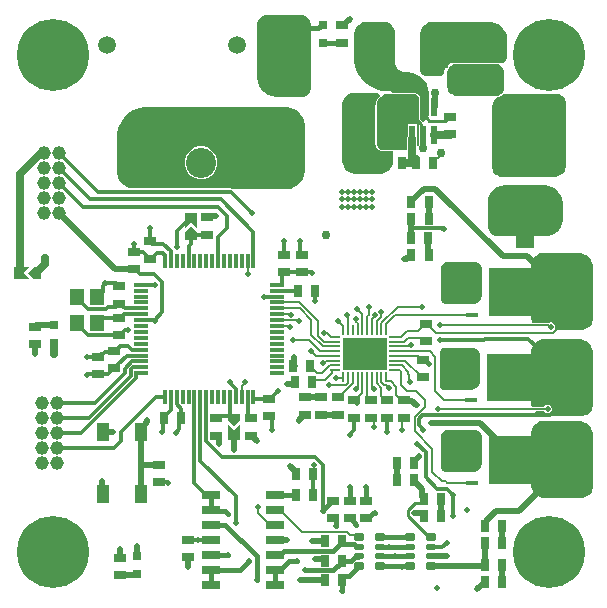
<source format=gtl>
G04*
G04 #@! TF.GenerationSoftware,Altium Limited,Altium Designer,25.5.2 (35)*
G04*
G04 Layer_Physical_Order=1*
G04 Layer_Color=255*
%FSLAX25Y25*%
%MOIN*%
G70*
G04*
G04 #@! TF.SameCoordinates,BF0A912C-F189-4BED-A62E-BBCFC2C93B1E*
G04*
G04*
G04 #@! TF.FilePolarity,Positive*
G04*
G01*
G75*
%ADD14C,0.02000*%
%ADD19C,0.01500*%
%ADD20C,0.01000*%
%ADD22C,0.01200*%
%ADD24R,0.03937X0.03150*%
G04:AMPARAMS|DCode=25|XSize=35.43mil|YSize=24.02mil|CornerRadius=6mil|HoleSize=0mil|Usage=FLASHONLY|Rotation=180.000|XOffset=0mil|YOffset=0mil|HoleType=Round|Shape=RoundedRectangle|*
%AMROUNDEDRECTD25*
21,1,0.03543,0.01201,0,0,180.0*
21,1,0.02343,0.02402,0,0,180.0*
1,1,0.01201,-0.01171,0.00600*
1,1,0.01201,0.01171,0.00600*
1,1,0.01201,0.01171,-0.00600*
1,1,0.01201,-0.01171,-0.00600*
%
%ADD25ROUNDEDRECTD25*%
G04:AMPARAMS|DCode=26|XSize=35.43mil|YSize=20.87mil|CornerRadius=5.22mil|HoleSize=0mil|Usage=FLASHONLY|Rotation=180.000|XOffset=0mil|YOffset=0mil|HoleType=Round|Shape=RoundedRectangle|*
%AMROUNDEDRECTD26*
21,1,0.03543,0.01043,0,0,180.0*
21,1,0.02500,0.02087,0,0,180.0*
1,1,0.01043,-0.01250,0.00522*
1,1,0.01043,0.01250,0.00522*
1,1,0.01043,0.01250,-0.00522*
1,1,0.01043,-0.01250,-0.00522*
%
%ADD26ROUNDEDRECTD26*%
%ADD27R,0.04700X0.01200*%
%ADD28R,0.01200X0.04700*%
%ADD29R,0.03567X0.00758*%
%ADD30R,0.05906X0.02559*%
%ADD31R,0.04724X0.05512*%
%ADD32R,0.00787X0.00787*%
%ADD33R,0.03150X0.03150*%
%ADD34R,0.03150X0.03937*%
%ADD35R,0.00758X0.03567*%
%ADD36R,0.03937X0.06102*%
%ADD37R,0.03000X0.03937*%
%ADD38R,0.00787X0.00787*%
%ADD39R,0.05900X0.15400*%
%ADD41R,0.07284X0.13386*%
%ADD42R,0.04000X0.01800*%
%ADD43O,0.11811X0.06000*%
%ADD44R,0.03937X0.03000*%
%ADD55R,0.14961X0.11024*%
%ADD62C,0.04600*%
%ADD68C,0.00800*%
%ADD69C,0.02500*%
%ADD70R,0.02200X0.06200*%
%ADD71R,0.00500X0.00500*%
%ADD72R,0.10039X0.10039*%
%ADD73C,0.05937*%
%ADD74C,0.10039*%
%ADD75R,0.05264X0.05264*%
%ADD76C,0.05264*%
%ADD77C,0.02000*%
%ADD78C,0.03000*%
%ADD79C,0.24000*%
G36*
X262750Y291769D02*
X263842Y291317D01*
X264825Y290661D01*
X265661Y289825D01*
X266317Y288842D01*
X266769Y287750D01*
X267000Y286591D01*
Y286000D01*
Y280500D01*
Y280102D01*
X266695Y279367D01*
X266133Y278804D01*
X265398Y278500D01*
X249000D01*
X248706Y278486D01*
X248129Y278371D01*
X247586Y278146D01*
X247097Y277819D01*
X246681Y277403D01*
X246354Y276914D01*
X246129Y276371D01*
X246014Y275794D01*
X246000Y275500D01*
Y275202D01*
X245772Y274650D01*
X245350Y274228D01*
X244798Y274000D01*
X239602D01*
X238867Y274305D01*
X238304Y274867D01*
X238000Y275602D01*
Y276000D01*
Y282500D01*
Y288000D01*
Y288394D01*
X238154Y289167D01*
X238455Y289895D01*
X238893Y290550D01*
X239450Y291107D01*
X240105Y291545D01*
X240833Y291846D01*
X241606Y292000D01*
X261591D01*
X262750Y291769D01*
D02*
G37*
G36*
X263875Y277885D02*
X264421Y277659D01*
X264912Y277330D01*
X265330Y276912D01*
X265659Y276421D01*
X265885Y275875D01*
X266000Y275295D01*
Y275000D01*
Y270000D01*
Y269503D01*
X265619Y268584D01*
X264916Y267881D01*
X263997Y267500D01*
X249705D01*
X249125Y267615D01*
X248579Y267841D01*
X248088Y268170D01*
X247670Y268588D01*
X247341Y269079D01*
X247115Y269625D01*
X247000Y270204D01*
Y270500D01*
Y275000D01*
Y275295D01*
X247115Y275875D01*
X247338Y276413D01*
X247461D01*
Y276599D01*
X247670Y276912D01*
X248088Y277330D01*
X248579Y277659D01*
X249125Y277885D01*
X249705Y278000D01*
X263296D01*
X263875Y277885D01*
D02*
G37*
G36*
X199021Y294366D02*
X199658Y294102D01*
X200231Y293719D01*
X200719Y293231D01*
X201102Y292658D01*
X201365Y292021D01*
X201500Y291345D01*
Y291000D01*
Y270000D01*
Y269705D01*
X201385Y269125D01*
X201159Y268579D01*
X200830Y268088D01*
X200412Y267670D01*
X199921Y267341D01*
X199375Y267115D01*
X198795Y267000D01*
X189811D01*
X188458Y267269D01*
X187184Y267797D01*
X186038Y268563D01*
X185063Y269538D01*
X184297Y270684D01*
X183769Y271958D01*
X183500Y273311D01*
Y274000D01*
Y290500D01*
Y290894D01*
X183654Y291667D01*
X183955Y292395D01*
X184393Y293050D01*
X184950Y293607D01*
X185605Y294045D01*
X186333Y294346D01*
X187106Y294500D01*
X198345D01*
X199021Y294366D01*
D02*
G37*
G36*
X227021Y291865D02*
X227658Y291602D01*
X228231Y291219D01*
X228719Y290731D01*
X229102Y290158D01*
X229365Y289521D01*
X229500Y288845D01*
Y279000D01*
X229518Y278639D01*
X229658Y277932D01*
X229934Y277266D01*
X230335Y276667D01*
X230845Y276157D01*
X231444Y275756D01*
X232110Y275481D01*
X232817Y275340D01*
X233178Y275322D01*
X233178Y275322D01*
X233952Y275335D01*
X235474Y275053D01*
X236910Y274473D01*
X238201Y273618D01*
X239296Y272523D01*
X240150Y271232D01*
X240731Y269796D01*
X241013Y268274D01*
X241000Y267500D01*
X241000Y267500D01*
X241000Y267500D01*
X241000Y262000D01*
Y261655D01*
X240865Y260979D01*
X240602Y260342D01*
X240219Y259769D01*
X239731Y259281D01*
X239158Y258898D01*
X238812Y258755D01*
X237926Y259641D01*
Y266798D01*
X237894Y266877D01*
Y266961D01*
X237665Y267513D01*
X237605Y267573D01*
X237573Y267651D01*
X237151Y268073D01*
X237073Y268105D01*
X237013Y268165D01*
X236461Y268394D01*
X236377D01*
X236298Y268426D01*
X228964D01*
X228495Y268704D01*
X227841Y268934D01*
X227500Y269000D01*
Y269000D01*
X226779Y268967D01*
X225341Y269090D01*
X223931Y269400D01*
X222574Y269892D01*
X221292Y270556D01*
X220108Y271382D01*
X219042Y272355D01*
X218113Y273459D01*
X217335Y274675D01*
X216722Y275982D01*
X216286Y277358D01*
X216033Y278779D01*
X216000Y279500D01*
Y288394D01*
X216154Y289167D01*
X216455Y289895D01*
X216893Y290550D01*
X217450Y291107D01*
X218105Y291545D01*
X218833Y291846D01*
X219606Y292000D01*
X226345D01*
X227021Y291865D01*
D02*
G37*
G36*
X236850Y267772D02*
X237272Y267350D01*
X237500Y266798D01*
Y251102D01*
X237329Y250690D01*
X236936Y250769D01*
Y252900D01*
X236808Y253541D01*
X236754Y253623D01*
Y257894D01*
X233766D01*
Y253623D01*
X233712Y253541D01*
X233584Y252900D01*
Y249500D01*
X225102D01*
X224367Y249804D01*
X223804Y250367D01*
X223500Y251102D01*
Y264394D01*
X223654Y265167D01*
X223955Y265895D01*
X224393Y266550D01*
X224950Y267107D01*
X225605Y267545D01*
X226333Y267846D01*
X227106Y268000D01*
X236298D01*
X236850Y267772D01*
D02*
G37*
G36*
X223688Y268212D02*
X224610Y267830D01*
X224668Y267532D01*
X224649Y267408D01*
X224092Y266851D01*
X224075Y266811D01*
X224039Y266787D01*
X223601Y266131D01*
X223592Y266089D01*
X223562Y266058D01*
X223260Y265330D01*
Y265286D01*
X223236Y265250D01*
X223082Y264477D01*
X223091Y264434D01*
X223074Y264394D01*
Y251102D01*
X223106Y251024D01*
Y250939D01*
X223411Y250204D01*
X223471Y250144D01*
X223503Y250066D01*
X224066Y249503D01*
X224144Y249471D01*
X224204Y249411D01*
X224939Y249106D01*
X225024D01*
X225102Y249074D01*
X229000D01*
Y245557D01*
X228827Y244687D01*
X228488Y243868D01*
X227995Y243131D01*
X227369Y242505D01*
X226631Y242012D01*
X225813Y241673D01*
X224943Y241500D01*
X216057D01*
X215187Y241673D01*
X214368Y242012D01*
X213631Y242505D01*
X213005Y243131D01*
X212512Y243868D01*
X212173Y244687D01*
X212000Y245557D01*
Y246000D01*
Y264500D01*
Y264894D01*
X212154Y265667D01*
X212455Y266395D01*
X212893Y267050D01*
X213450Y267607D01*
X214105Y268045D01*
X214833Y268346D01*
X215606Y268500D01*
X222239D01*
X223688Y268212D01*
D02*
G37*
G36*
X284375Y267885D02*
X284921Y267659D01*
X285412Y267330D01*
X285830Y266912D01*
X286159Y266421D01*
X286385Y265875D01*
X286500Y265296D01*
Y265000D01*
Y244000D01*
Y243655D01*
X286366Y242979D01*
X286102Y242342D01*
X285719Y241769D01*
X285231Y241281D01*
X284658Y240898D01*
X284021Y240634D01*
X283345Y240500D01*
X264704D01*
X264125Y240615D01*
X263579Y240841D01*
X263088Y241170D01*
X262670Y241588D01*
X262341Y242079D01*
X262115Y242625D01*
X262000Y243204D01*
Y243500D01*
Y263500D01*
Y263943D01*
X262173Y264813D01*
X262512Y265632D01*
X263005Y266369D01*
X263631Y266995D01*
X263749Y267074D01*
X263997D01*
X264076Y267106D01*
X264160D01*
X265079Y267487D01*
X265139Y267547D01*
X265217Y267579D01*
X265534Y267896D01*
X266057Y268000D01*
X283795D01*
X284375Y267885D01*
D02*
G37*
G36*
X194896Y263500D02*
X196079Y263010D01*
X197143Y262299D01*
X198049Y261393D01*
X198760Y260329D01*
X199250Y259146D01*
X199500Y257890D01*
Y257250D01*
Y242750D01*
Y242110D01*
X199250Y240854D01*
X198760Y239671D01*
X198049Y238607D01*
X197143Y237701D01*
X196079Y236990D01*
X194896Y236500D01*
X193640Y236250D01*
X175666D01*
X175388Y236436D01*
X175000Y236513D01*
X141171D01*
X140158Y236933D01*
X139175Y237590D01*
X138339Y238425D01*
X137683Y239408D01*
X137231Y240500D01*
X137000Y241659D01*
Y242250D01*
Y253750D01*
Y254735D01*
X137384Y256667D01*
X138138Y258487D01*
X139233Y260125D01*
X140625Y261518D01*
X142263Y262612D01*
X144083Y263366D01*
X146015Y263750D01*
X193640D01*
X194896Y263500D01*
D02*
G37*
G36*
X163500Y223336D02*
X161478Y224964D01*
X159500Y223436D01*
Y228264D01*
X163500D01*
Y223336D01*
D02*
G37*
G36*
X280896Y237452D02*
X282079Y236962D01*
X283143Y236250D01*
X284049Y235345D01*
X284760Y234280D01*
X285250Y233098D01*
X285500Y231842D01*
Y231202D01*
Y226202D01*
Y225660D01*
X285289Y224597D01*
X284874Y223596D01*
X284272Y222696D01*
X283506Y221930D01*
X282605Y221328D01*
X281604Y220913D01*
X280542Y220702D01*
X263655D01*
X262979Y220836D01*
X262342Y221100D01*
X261769Y221483D01*
X261281Y221971D01*
X260898Y222544D01*
X260634Y223181D01*
X260500Y223857D01*
Y224202D01*
Y231702D01*
Y232293D01*
X260731Y233452D01*
X261183Y234544D01*
X261840Y235526D01*
X262675Y236362D01*
X263658Y237019D01*
X264750Y237471D01*
X265909Y237702D01*
X279640D01*
X280896Y237452D01*
D02*
G37*
G36*
X163500Y221900D02*
Y219500D01*
X159500D01*
Y222000D01*
X161500Y223600D01*
X163500Y221900D01*
D02*
G37*
G36*
X111500Y206500D02*
X109000D01*
X107400Y208500D01*
X109100Y210500D01*
X111500D01*
Y206500D01*
D02*
G37*
G36*
X106036Y208478D02*
X107564Y206500D01*
X102736D01*
Y210500D01*
X107664D01*
X106036Y208478D01*
D02*
G37*
G36*
X257416Y211619D02*
X258119Y210916D01*
X258500Y209997D01*
Y209500D01*
Y201000D01*
Y200705D01*
X258385Y200125D01*
X258159Y199579D01*
X257830Y199088D01*
X257412Y198670D01*
X256921Y198341D01*
X256375Y198115D01*
X255796Y198000D01*
X246202D01*
X245650Y198228D01*
X245228Y198650D01*
X245000Y199202D01*
Y199500D01*
Y210000D01*
Y210398D01*
X245304Y211133D01*
X245867Y211696D01*
X246602Y212000D01*
X256497D01*
X257416Y211619D01*
D02*
G37*
G36*
X292313Y214827D02*
X293131Y214488D01*
X293869Y213995D01*
X294495Y213369D01*
X294988Y212632D01*
X295327Y211813D01*
X295500Y210943D01*
Y210500D01*
Y192655D01*
X295366Y191979D01*
X295102Y191342D01*
X294719Y190769D01*
X294231Y190281D01*
X293658Y189898D01*
X293021Y189635D01*
X292345Y189500D01*
X282985D01*
X282757Y189894D01*
X282894Y190223D01*
Y190777D01*
X282681Y191289D01*
X282290Y191682D01*
X281777Y191894D01*
X281223D01*
X280907Y191763D01*
X280675Y191809D01*
X280675Y191809D01*
X275371D01*
X275154Y192333D01*
X275000Y193106D01*
Y193500D01*
Y194100D01*
X260800D01*
Y209900D01*
X275000D01*
Y211000D01*
Y211394D01*
X275154Y212167D01*
X275455Y212895D01*
X275893Y213550D01*
X276450Y214107D01*
X277105Y214545D01*
X277833Y214846D01*
X278606Y215000D01*
X291443D01*
X292313Y214827D01*
D02*
G37*
G36*
X256916Y183119D02*
X257619Y182416D01*
X258000Y181497D01*
Y181000D01*
Y172500D01*
Y172204D01*
X257885Y171625D01*
X257659Y171079D01*
X257330Y170588D01*
X256912Y170170D01*
X256421Y169841D01*
X255875Y169615D01*
X255295Y169500D01*
X245702D01*
X245150Y169728D01*
X244728Y170150D01*
X244500Y170702D01*
Y171000D01*
Y181500D01*
Y181898D01*
X244805Y182633D01*
X245367Y183195D01*
X246102Y183500D01*
X255997D01*
X256916Y183119D01*
D02*
G37*
G36*
X292313Y186077D02*
X293131Y185738D01*
X293869Y185245D01*
X294495Y184619D01*
X294988Y183881D01*
X295327Y183063D01*
X295500Y182193D01*
Y181750D01*
Y163905D01*
X295366Y163229D01*
X295102Y162592D01*
X294719Y162019D01*
X294231Y161531D01*
X293658Y161148D01*
X293021Y160884D01*
X292345Y160750D01*
X278606D01*
X277833Y160904D01*
X277105Y161205D01*
X276450Y161643D01*
X276266Y161827D01*
X276417Y162191D01*
X279338D01*
X279711Y161819D01*
X280223Y161606D01*
X280777D01*
X281290Y161819D01*
X281681Y162211D01*
X281894Y162723D01*
Y163277D01*
X281681Y163789D01*
X281290Y164181D01*
X280777Y164394D01*
X280223D01*
X279711Y164181D01*
X279338Y163809D01*
X275109D01*
X275000Y164356D01*
Y164750D01*
Y165600D01*
X260300D01*
Y181400D01*
X275000D01*
Y182250D01*
Y182644D01*
X275154Y183417D01*
X275455Y184145D01*
X275893Y184800D01*
X276450Y185357D01*
X277105Y185795D01*
X277833Y186096D01*
X278606Y186250D01*
X291443D01*
X292313Y186077D01*
D02*
G37*
G36*
X178000Y159000D02*
X176000Y157400D01*
X174000Y159100D01*
Y161500D01*
X178000D01*
Y159000D01*
D02*
G37*
G36*
X176022Y156036D02*
X178000Y157564D01*
Y152736D01*
X174000D01*
Y157664D01*
X176022Y156036D01*
D02*
G37*
G36*
X257416Y155619D02*
X258119Y154916D01*
X258500Y153997D01*
Y153500D01*
Y145000D01*
Y144704D01*
X258385Y144125D01*
X258159Y143579D01*
X257830Y143088D01*
X257412Y142670D01*
X256921Y142341D01*
X256375Y142115D01*
X255796Y142000D01*
X246202D01*
X245650Y142228D01*
X245228Y142650D01*
X245000Y143202D01*
Y143500D01*
Y154000D01*
Y154398D01*
X245304Y155133D01*
X245867Y155695D01*
X246602Y156000D01*
X256497D01*
X257416Y155619D01*
D02*
G37*
G36*
X292313Y158827D02*
X293131Y158488D01*
X293869Y157995D01*
X294495Y157369D01*
X294988Y156632D01*
X295327Y155813D01*
X295500Y154943D01*
Y154500D01*
Y137000D01*
Y136655D01*
X295366Y135979D01*
X295102Y135342D01*
X294719Y134769D01*
X294231Y134281D01*
X293658Y133898D01*
X293021Y133634D01*
X292345Y133500D01*
X278606D01*
X277833Y133654D01*
X277105Y133955D01*
X276450Y134393D01*
X275893Y134950D01*
X275455Y135605D01*
X275154Y136333D01*
X275000Y137106D01*
Y137500D01*
Y138100D01*
X260800D01*
Y153900D01*
X275000D01*
Y155000D01*
Y155394D01*
X275154Y156167D01*
X275455Y156895D01*
X275893Y157550D01*
X276450Y158107D01*
X277105Y158545D01*
X277833Y158846D01*
X278606Y159000D01*
X291443D01*
X292313Y158827D01*
D02*
G37*
%LPC*%
G36*
X165709Y250543D02*
X164283D01*
X162907Y250174D01*
X161672Y249462D01*
X160664Y248454D01*
X159952Y247219D01*
X159583Y245843D01*
Y244417D01*
X159952Y243040D01*
X160664Y241806D01*
X161672Y240798D01*
X162907Y240085D01*
X164283Y239717D01*
X165709D01*
X167086Y240085D01*
X168320Y240798D01*
X169328Y241806D01*
X170041Y243040D01*
X170409Y244417D01*
Y245843D01*
X170041Y247219D01*
X169328Y248454D01*
X168320Y249462D01*
X167086Y250174D01*
X165709Y250543D01*
D02*
G37*
%LPD*%
D14*
X214500Y184500D02*
G03*
X217500Y181500I3000J0D01*
G01*
X241500Y158500D02*
X258000D01*
X269000Y147500D01*
X236664Y164500D02*
X237000D01*
X236032Y128469D02*
X238531D01*
X236000Y128500D02*
X236032Y128469D01*
X239106Y127500D02*
Y127894D01*
X238531Y128469D02*
X239106Y127894D01*
X242840Y263700D02*
Y268340D01*
X243000Y268500D01*
X242740Y263600D02*
X242840Y263700D01*
X205606Y113000D02*
X206106Y112500D01*
X203000Y113000D02*
X205606D01*
X198000Y106000D02*
X206106D01*
X143500Y114150D02*
Y117500D01*
X145405Y144394D02*
X151000D01*
X147000Y158618D02*
Y159500D01*
X144799Y134665D02*
Y145000D01*
X136394Y209606D02*
X142500D01*
X117500Y228500D02*
X136394Y209606D01*
X144799Y156417D02*
X147000Y158618D01*
X144799Y145000D02*
Y155335D01*
Y156417D01*
Y145000D02*
X145405Y144394D01*
X246925Y113925D02*
X247000Y114000D01*
X241484Y113925D02*
X246925D01*
X196000Y177606D02*
X196106Y177500D01*
X196000Y177606D02*
Y180500D01*
X217500Y181500D02*
X219500D01*
X170000Y154106D02*
X170394D01*
X170968Y151532D02*
X171000Y151500D01*
X170394Y154106D02*
X170968Y153532D01*
Y151532D02*
Y153532D01*
X138000Y107606D02*
X138122Y107728D01*
X143378D01*
X143500Y107850D01*
X138000Y113394D02*
Y116500D01*
X132366Y155500D02*
X135500D01*
X132201Y155335D02*
X132366Y155500D01*
X132000Y134866D02*
Y139000D01*
Y134866D02*
X132201Y134665D01*
X110075Y190969D02*
X111459D01*
X111640Y191150D02*
X116000D01*
X109500Y190394D02*
X110075Y190969D01*
X111459D02*
X111640Y191150D01*
X109500Y181500D02*
Y184606D01*
X167575Y227468D02*
X169968D01*
X167000Y226894D02*
X167575Y227468D01*
X169968D02*
X170000Y227500D01*
X212000Y290894D02*
X212394D01*
X214500Y293000D01*
X160500Y110500D02*
Y113713D01*
X176000Y149500D02*
Y154500D01*
X181894Y154106D02*
X183500Y152500D01*
X181500Y154106D02*
X181894D01*
X193500Y171500D02*
X195606D01*
X196106Y172000D01*
X234947Y223250D02*
Y226447D01*
Y220053D02*
Y223250D01*
X234032Y213531D02*
X234425D01*
X235000Y214106D01*
X233500Y213000D02*
X234032Y213531D01*
X232500Y213000D02*
X233500D01*
X243000Y236500D02*
X265500Y214000D01*
X235000Y232394D02*
X239106Y236500D01*
X243000D01*
X235000Y232000D02*
Y232394D01*
X276500Y211000D02*
X283500D01*
X265500Y214000D02*
X273500D01*
X276500Y211000D01*
X235000Y214106D02*
Y214500D01*
X240734Y214553D02*
Y219947D01*
X240681Y220000D02*
X240734Y219947D01*
Y214553D02*
X240787Y214500D01*
X234947Y226447D02*
X235000Y226500D01*
X234894Y220000D02*
X234947Y220053D01*
X240787Y226500D02*
Y232000D01*
X232106Y166394D02*
X232681Y165819D01*
X235345D01*
X236664Y164500D01*
X263384Y129000D02*
X271000D01*
X260075Y124575D02*
Y125691D01*
X259500Y124000D02*
X260075Y124575D01*
Y125691D02*
X263384Y129000D01*
X271000D02*
X279000Y137000D01*
X283500D01*
X241675Y110809D02*
X259309D01*
X241484Y110618D02*
X241675Y110809D01*
X259309D02*
X259500Y111000D01*
X265287Y118500D02*
Y124000D01*
X259500Y111000D02*
Y118500D01*
X265287Y105500D02*
Y111000D01*
X257000Y103000D02*
X259500Y105500D01*
X244894Y127500D02*
Y133000D01*
X230106Y139500D02*
Y145000D01*
X238531Y133575D02*
X239106Y133000D01*
X235894Y139106D02*
Y139500D01*
Y139106D02*
X238531Y136469D01*
Y133575D02*
Y136469D01*
X194500Y144000D02*
X196606Y141894D01*
Y141500D02*
Y141894D01*
X189630Y119500D02*
X193500D01*
X202000Y119000D02*
X206106D01*
X199106Y161106D02*
X199500D01*
X197500Y159500D02*
X199106Y161106D01*
X197500Y159000D02*
Y159500D01*
X199500Y166894D02*
X205000D01*
Y161106D02*
X210500D01*
D19*
X194208Y112404D02*
X196904D01*
X191303Y109500D02*
X194208Y112404D01*
X196904D02*
X197000Y112500D01*
X189630Y109500D02*
X191303D01*
X183500Y106000D02*
Y114000D01*
X214500Y132394D02*
Y137000D01*
X178000Y109500D02*
X181000Y112500D01*
X168370Y109500D02*
X178000D01*
X168370Y104500D02*
Y109500D01*
X220000Y132394D02*
Y137000D01*
X172894Y128971D02*
X173865Y128000D01*
X174000D01*
X168370Y129500D02*
X168900Y128971D01*
X172894D01*
X168370Y129500D02*
Y134500D01*
X205596Y129383D02*
X208606Y132394D01*
X209000D01*
X205596Y129096D02*
Y129383D01*
X205500Y129000D02*
X205596Y129096D01*
X189630Y104500D02*
Y109500D01*
X211947Y102553D02*
X212000Y102500D01*
X211894Y106000D02*
X211947Y105947D01*
Y102553D02*
Y105947D01*
X211894Y106000D02*
Y106394D01*
X204121Y290325D02*
X204675D01*
X200900Y290000D02*
X203797D01*
X192500Y289067D02*
X199400D01*
Y288500D02*
X200900Y290000D01*
X204675Y290325D02*
X205500Y291150D01*
X203797Y290000D02*
X204121Y290325D01*
X211872Y284978D02*
X212000Y285106D01*
X205500Y284850D02*
X205628Y284978D01*
X211872D01*
X224484Y117075D02*
X234516D01*
X237069Y146569D02*
Y146933D01*
X237500Y147365D01*
X235894Y145394D02*
X237069Y146569D01*
X235894Y145000D02*
Y145394D01*
X237500Y147365D02*
Y147500D01*
X189630Y134500D02*
X196606D01*
X189630Y114500D02*
X191303D01*
X192522Y115718D01*
X209006D01*
X168370Y124500D02*
X173000D01*
X183500Y114000D01*
X168370Y114500D02*
X174000D01*
X199500Y109500D02*
X199635D01*
X199854Y109282D01*
X209069D02*
X211894Y112106D01*
X199854Y109282D02*
X209069D01*
X211894Y112106D02*
Y112500D01*
Y118606D02*
Y118756D01*
X209006Y115718D02*
X211894Y118606D01*
X209904Y124096D02*
Y125782D01*
X209000Y126606D02*
X209080D01*
X209904Y125782D01*
Y124096D02*
X210000Y124000D01*
X211894Y106394D02*
X212719Y107219D01*
X214116D02*
X216494Y109597D01*
Y110167D02*
X216945Y110618D01*
X212719Y107219D02*
X214116D01*
X216494Y109597D02*
Y110167D01*
X216945Y110618D02*
X217516D01*
X215009Y112500D02*
X216141Y113632D01*
X217222D01*
X217516Y113925D01*
X211894Y112500D02*
X215009D01*
X211894Y118756D02*
X212719Y117931D01*
X215931D01*
X216787Y117075D02*
X217516D01*
X211894Y118756D02*
Y119000D01*
X215931Y117931D02*
X216787Y117075D01*
X229500Y114000D02*
X229537Y113963D01*
X224522D02*
X229463D01*
X234478D02*
X234516Y113925D01*
X229537Y113963D02*
X234478D01*
X224484Y113925D02*
X224522Y113963D01*
X229463D02*
X229500Y114000D01*
X224484Y120382D02*
X234516D01*
X214500Y126606D02*
X214894D01*
X216404Y125096D01*
Y124596D02*
Y125096D01*
Y124596D02*
X216500Y124500D01*
X224484Y110618D02*
X234516D01*
X222192Y128404D02*
X222904D01*
X223000Y128500D01*
X220000Y126606D02*
X220394D01*
X222192Y128404D01*
D20*
X234000Y129328D02*
X236203Y131532D01*
X234000Y127295D02*
X240913Y120382D01*
X234000Y127295D02*
Y129328D01*
X240913Y120382D02*
X241484D01*
X236203Y131532D02*
X238032D01*
X239106Y132606D02*
Y133000D01*
X238032Y131532D02*
X239106Y132606D01*
X239000Y250000D02*
Y254400D01*
X238400Y255000D02*
X239000Y254400D01*
X238400Y255000D02*
Y257879D01*
X236400Y259879D02*
X238400Y257879D01*
X236400Y259879D02*
Y260460D01*
X235260Y261600D02*
X236400Y260460D01*
X235260Y261600D02*
Y263600D01*
X241019Y259000D02*
X246213D01*
X240140Y259879D02*
Y260460D01*
Y259879D02*
X241019Y259000D01*
X239000Y261600D02*
X240140Y260460D01*
X239000Y261600D02*
Y263600D01*
X247606Y260394D02*
X248000D01*
X246213Y259000D02*
X247606Y260394D01*
D22*
X216000Y156155D02*
Y160106D01*
X214500Y154655D02*
X216000Y156155D01*
X214500Y154500D02*
Y154655D01*
X227000Y155500D02*
Y160106D01*
X239000Y156000D02*
Y156217D01*
X237506Y157710D02*
X239000Y156217D01*
X237506Y157710D02*
Y159826D01*
X239805Y140195D02*
X243500Y136500D01*
X247000D02*
X249000Y134500D01*
X243500Y136500D02*
X247000D01*
X239805Y140195D02*
Y148695D01*
X237000Y151500D02*
X239805Y148695D01*
X237506Y159826D02*
X238681Y161000D01*
X282494Y162174D02*
Y163027D01*
X281319Y161000D02*
X282494Y162174D01*
Y163027D02*
X283500Y164033D01*
Y164250D01*
X238681Y161000D02*
X281319D01*
X127053Y180447D02*
X130447D01*
X130500Y180394D01*
X127000Y180500D02*
X127053Y180447D01*
Y174553D02*
X130447D01*
X127000Y174500D02*
X127053Y174553D01*
X130447D02*
X130500Y174606D01*
X137369Y177975D02*
X140209Y180815D01*
X145000D01*
X136000Y176606D02*
X136394D01*
X137369Y177581D01*
Y177975D01*
X192500Y208606D02*
X198500D01*
X198553Y208553D02*
X201947D01*
X202000Y208500D01*
X152109Y159897D02*
X154842Y162630D01*
X152109Y159503D02*
Y159897D01*
X154842Y162630D02*
Y167035D01*
X157419Y159025D02*
X157577Y158867D01*
X156811Y164649D02*
X158394Y163066D01*
X156811Y164649D02*
Y167035D01*
X158394Y160000D02*
Y163066D01*
X156500Y155155D02*
X157577Y156231D01*
Y158867D01*
X156500Y155000D02*
Y155155D01*
X157419Y159025D02*
X158394Y160000D01*
X152000Y155500D02*
X152109Y155609D01*
Y159503D02*
X152606Y160000D01*
X152109Y155609D02*
Y159503D01*
X182402Y166394D02*
X187500D01*
X187894D01*
X190500Y169000D01*
X182402Y166394D02*
Y167035D01*
X186000Y200500D02*
X190276D01*
X130500Y235500D02*
X175000D01*
X182000Y228500D01*
X117500Y248500D02*
X130500Y235500D01*
X176500Y125000D02*
Y134000D01*
X164685Y145815D02*
X176500Y134000D01*
X164685Y145815D02*
Y167035D01*
X139094Y194595D02*
X145000D01*
X137500Y193394D02*
X137894D01*
X139094Y194595D01*
X130347Y191669D02*
X132071Y193394D01*
X137500D01*
X173500Y223235D02*
Y227500D01*
X170500Y230500D02*
X173500Y227500D01*
X125500Y230500D02*
X170500D01*
X117500Y238500D02*
X125500Y230500D01*
X170591Y220326D02*
X173500Y223235D01*
X170591Y212311D02*
Y220326D01*
X124763Y155000D02*
X143250Y173487D01*
Y174909D02*
X145000D01*
X117000Y155000D02*
X124763D01*
X143250Y173487D02*
Y174909D01*
X160748Y212311D02*
Y217248D01*
X161500Y218000D02*
Y221000D01*
X160748Y217248D02*
X161500Y218000D01*
X166894Y221000D02*
X167000Y221106D01*
X161500Y221000D02*
X166894D01*
X174500Y171783D02*
X176496Y169788D01*
X174500Y171783D02*
Y172000D01*
X176496Y167035D02*
Y169788D01*
X197362Y202468D02*
X198000Y203106D01*
X190276Y202468D02*
X197362D01*
X162716Y138480D02*
X166697Y134500D01*
X168370D01*
X162716Y138480D02*
Y167035D01*
X149925D02*
X152874D01*
X138233Y155344D02*
X149925Y167035D01*
X136000Y150000D02*
X138233Y152234D01*
Y155344D01*
X117000Y150000D02*
X136000D01*
X149297Y208000D02*
X152000Y205297D01*
X142894Y209606D02*
X144500Y208000D01*
X149297D01*
X152000Y195217D02*
Y205297D01*
X149500Y192717D02*
X152000Y195217D01*
X149500Y192500D02*
Y192717D01*
X149374Y192626D02*
X149500Y192500D01*
X145000Y192626D02*
X149374D01*
X142500Y209606D02*
X142894D01*
X139500Y175007D02*
Y176388D01*
X141959Y178847D02*
X145000D01*
X139500Y176388D02*
X141959Y178847D01*
X117000Y165000D02*
X129493D01*
X139500Y175007D01*
X128000Y233000D02*
X171500D01*
X182402Y212311D02*
Y222098D01*
X171500Y233000D02*
X182402Y222098D01*
X117500Y243500D02*
X128000Y233000D01*
X170820Y160713D02*
X173768D01*
X174528Y161472D01*
X170000Y159894D02*
X170820Y160713D01*
X174528Y161472D02*
X176000Y160000D01*
X174528Y161472D02*
Y167035D01*
X202970Y147000D02*
X205500Y144470D01*
Y129000D02*
Y144470D01*
X172007Y147000D02*
X202970D01*
X166654Y152354D02*
X172007Y147000D01*
X166654Y152354D02*
Y167035D01*
X180433Y160869D02*
Y167035D01*
X181408Y159894D02*
X181500D01*
X180433Y160869D02*
X181408Y159894D01*
X141550Y174050D02*
Y176175D01*
X142253Y176878D02*
X145000D01*
X141550Y176175D02*
X142253Y176878D01*
X127500Y160000D02*
X141550Y174050D01*
X117000Y160000D02*
X127500D01*
X127116Y196475D02*
X133164D01*
X133821Y197132D01*
X136525D02*
X137500Y198106D01*
X133821Y197132D02*
X136525D01*
X123653Y199937D02*
X127116Y196475D01*
X123653Y199937D02*
Y200331D01*
X139437Y196563D02*
X145000D01*
X137500Y198106D02*
X137894D01*
X139437Y196563D01*
X130347Y200331D02*
X132109Y202093D01*
X136547Y204847D02*
X137500Y203894D01*
X133000Y204784D02*
Y205000D01*
X132109Y202093D02*
Y203892D01*
X133000Y204784D01*
X133370Y204847D02*
X136547D01*
X133261Y204739D02*
X133370Y204847D01*
X145000Y204437D02*
X149437D01*
X149500Y204500D01*
X148000Y218894D02*
Y223500D01*
X142500Y215787D02*
X142894Y215394D01*
X142500Y215787D02*
Y218000D01*
X142894Y215394D02*
X145713D01*
X146632Y214475D01*
Y214081D02*
Y214475D01*
Y214081D02*
X147606Y213106D01*
X148000D01*
X198500Y208606D02*
X198553Y208553D01*
X192026Y204437D02*
Y208132D01*
X192500Y208606D01*
X190276Y204437D02*
X192026D01*
X202947Y199053D02*
Y202447D01*
Y199053D02*
X203000Y199000D01*
X202894Y202500D02*
X202947Y202447D01*
X259608Y186500D02*
X274000D01*
X259108Y186000D02*
X259608Y186500D01*
X244500Y186000D02*
X259108D01*
X245847Y223153D02*
X246000Y223000D01*
X245184Y223250D02*
X245281Y223153D01*
X234947Y223250D02*
X245184D01*
X245281Y223153D02*
X245847D01*
X141933Y182783D02*
X145000D01*
X140717Y184000D02*
X141933Y182783D01*
X187106Y160606D02*
X187525D01*
X188500Y156000D02*
Y159632D01*
X187525Y160606D02*
X188500Y159632D01*
X186106Y160606D02*
X186500D01*
X140347Y189347D02*
X140500Y189500D01*
X137500Y187606D02*
X137894D01*
X139634Y189347D01*
X140347D01*
X151053Y138553D02*
X153947D01*
X154000Y138500D01*
X151000Y138606D02*
X151053Y138553D01*
X198000Y214894D02*
X198500Y214394D01*
X198000Y214894D02*
Y219000D01*
X192500Y214394D02*
Y219000D01*
X142500Y215394D02*
X142894D01*
X148741Y218153D02*
X152347D01*
X154842Y215657D01*
X148000Y218894D02*
X148741Y218153D01*
X154842Y212311D02*
Y215657D01*
X157000Y222468D02*
X161031Y226500D01*
X157000Y217000D02*
Y222468D01*
X161031Y226500D02*
X161500D01*
X164000Y119500D02*
X168370D01*
X160500D02*
X164000D01*
X249000Y127500D02*
Y134500D01*
X239394Y179394D02*
X240947Y177840D01*
X238606Y179394D02*
X239394D01*
X274000Y186500D02*
X278250Y182250D01*
X283500D01*
X241510Y117100D02*
X245384D01*
X246783Y118500D01*
X247000D01*
X241484Y117075D02*
X241510Y117100D01*
X202394Y134500D02*
Y141500D01*
X138000Y184000D02*
X140717D01*
X127323Y187606D02*
X137500D01*
X136447Y182447D02*
X138000Y184000D01*
X123653Y191276D02*
X127323Y187606D01*
X136053Y182447D02*
X136447D01*
X135541Y181934D02*
X136053Y182447D01*
X123653Y191276D02*
Y191669D01*
X132934Y181934D02*
X135541D01*
X132369Y181369D02*
X132934Y181934D01*
X131475Y181369D02*
X132369D01*
X130500Y180394D02*
X131475Y181369D01*
X192500Y208606D02*
X193000Y208106D01*
X150134Y214847D02*
X150847D01*
X148394Y213106D02*
X150134Y214847D01*
X152874Y212311D02*
Y214061D01*
X152088Y214847D02*
X152874Y214061D01*
X151153Y214847D02*
X152088D01*
X148000Y213106D02*
X148394D01*
X135606Y176606D02*
X136394D01*
X134632Y175631D02*
X135606Y176606D01*
X134632Y175309D02*
Y175631D01*
X130500Y174606D02*
X133929D01*
X134632Y175309D01*
D24*
X216000Y160106D02*
D03*
Y165894D02*
D03*
X214500Y132394D02*
D03*
X137500Y193394D02*
D03*
X167000Y221106D02*
D03*
X220000Y132394D02*
D03*
X151000Y144394D02*
D03*
X142500Y209606D02*
D03*
X170000Y159894D02*
D03*
X209000Y132394D02*
D03*
X181500Y159894D02*
D03*
X137500Y198106D02*
D03*
X248000Y260394D02*
D03*
Y254606D02*
D03*
X232500Y160106D02*
D03*
Y165894D02*
D03*
X251000Y275106D02*
D03*
X262000D02*
D03*
X256500D02*
D03*
X212000Y290894D02*
D03*
X192500Y214394D02*
D03*
X227000Y160106D02*
D03*
X199500Y161106D02*
D03*
X167000Y226894D02*
D03*
X198500Y214394D02*
D03*
X148000Y218894D02*
D03*
X137500Y203894D02*
D03*
Y187606D02*
D03*
X109500Y184606D02*
D03*
X187500Y160606D02*
D03*
X170000Y154106D02*
D03*
X181500D02*
D03*
X151000Y138606D02*
D03*
X160500Y113713D02*
D03*
X136000Y182394D02*
D03*
X130500Y180394D02*
D03*
X138000Y113394D02*
D03*
X240000Y191394D02*
D03*
X239000Y179394D02*
D03*
X199500Y166894D02*
D03*
X205000Y161106D02*
D03*
Y166894D02*
D03*
X210500D02*
D03*
Y161106D02*
D03*
X221500Y165894D02*
D03*
Y160106D02*
D03*
X227000Y165894D02*
D03*
X256500Y280894D02*
D03*
X251000D02*
D03*
X262000D02*
D03*
X192500Y208606D02*
D03*
X198500D02*
D03*
X187500Y166394D02*
D03*
X148000Y213106D02*
D03*
X142500Y215394D02*
D03*
X160500Y119500D02*
D03*
X136000Y176606D02*
D03*
X130500Y174606D02*
D03*
X209000Y126606D02*
D03*
X214500D02*
D03*
X220000D02*
D03*
X138000Y107606D02*
D03*
X109500Y190394D02*
D03*
X239000Y173606D02*
D03*
X240000Y185606D02*
D03*
X212000Y285106D02*
D03*
D25*
X234516Y110618D02*
D03*
Y120382D02*
D03*
X241484D02*
D03*
Y110618D02*
D03*
X224484D02*
D03*
Y120382D02*
D03*
X217516D02*
D03*
Y110618D02*
D03*
D26*
X234516Y113925D02*
D03*
Y117075D02*
D03*
X241484D02*
D03*
Y113925D02*
D03*
X224484D02*
D03*
Y117075D02*
D03*
X217516D02*
D03*
Y113925D02*
D03*
D27*
X145000Y204437D02*
D03*
Y202468D02*
D03*
Y200500D02*
D03*
Y198531D02*
D03*
Y196563D02*
D03*
Y194595D02*
D03*
Y192626D02*
D03*
Y190657D02*
D03*
Y188689D02*
D03*
Y186721D02*
D03*
Y184752D02*
D03*
Y180815D02*
D03*
Y178847D02*
D03*
Y176878D02*
D03*
Y174909D02*
D03*
X190276D02*
D03*
Y176878D02*
D03*
Y178847D02*
D03*
Y180815D02*
D03*
Y182783D02*
D03*
Y184752D02*
D03*
Y186721D02*
D03*
Y188689D02*
D03*
Y190657D02*
D03*
Y192626D02*
D03*
Y194595D02*
D03*
Y196563D02*
D03*
Y198531D02*
D03*
Y200500D02*
D03*
Y202468D02*
D03*
Y204437D02*
D03*
X145000Y182783D02*
D03*
D28*
X152874Y167035D02*
D03*
X156811D02*
D03*
X158780D02*
D03*
X160748D02*
D03*
X162716D02*
D03*
X164685D02*
D03*
X166654D02*
D03*
X168622D02*
D03*
X170591D02*
D03*
X172559D02*
D03*
X174528D02*
D03*
X176496D02*
D03*
X178465D02*
D03*
X180433D02*
D03*
X182402D02*
D03*
Y212311D02*
D03*
X180433D02*
D03*
X178465D02*
D03*
X176496D02*
D03*
X174528D02*
D03*
X172559D02*
D03*
X170591D02*
D03*
X168622D02*
D03*
X166654D02*
D03*
X164685D02*
D03*
X162716D02*
D03*
X160748D02*
D03*
X158780D02*
D03*
X156811D02*
D03*
X152874D02*
D03*
X154842Y167035D02*
D03*
Y212311D02*
D03*
D29*
X209646Y182287D02*
D03*
Y187012D02*
D03*
Y185437D02*
D03*
Y179138D02*
D03*
Y183862D02*
D03*
X229355Y177563D02*
D03*
Y187012D02*
D03*
Y183862D02*
D03*
Y180713D02*
D03*
X209646D02*
D03*
Y175988D02*
D03*
Y177563D02*
D03*
X229355Y185437D02*
D03*
Y182287D02*
D03*
Y179138D02*
D03*
Y175988D02*
D03*
D30*
X168370Y104500D02*
D03*
Y109500D02*
D03*
Y134500D02*
D03*
Y129500D02*
D03*
X189630Y104500D02*
D03*
Y109500D02*
D03*
Y119500D02*
D03*
X168370D02*
D03*
Y114500D02*
D03*
X189630Y129500D02*
D03*
X168370Y124500D02*
D03*
X189630Y114500D02*
D03*
Y124500D02*
D03*
Y134500D02*
D03*
D31*
X130347Y191669D02*
D03*
X123653Y200331D02*
D03*
X130347D02*
D03*
X123653Y191669D02*
D03*
D32*
X161500Y221000D02*
D03*
X176000Y160000D02*
D03*
D33*
X143500Y114150D02*
D03*
X116000Y184850D02*
D03*
X143500Y107850D02*
D03*
X116000Y191150D02*
D03*
X205500Y291150D02*
D03*
Y284850D02*
D03*
D34*
X197106Y202500D02*
D03*
X226106Y245000D02*
D03*
X259500Y105500D02*
D03*
X220606Y252500D02*
D03*
Y258500D02*
D03*
Y264500D02*
D03*
X202894Y202500D02*
D03*
X239106Y127500D02*
D03*
X235000Y214500D02*
D03*
X196106Y172000D02*
D03*
X206106Y119000D02*
D03*
Y112500D02*
D03*
Y106000D02*
D03*
X196606Y141500D02*
D03*
X152606Y160000D02*
D03*
X230106Y139500D02*
D03*
X235894D02*
D03*
X235000Y232000D02*
D03*
X259500Y124000D02*
D03*
X240787Y232000D02*
D03*
Y226500D02*
D03*
X235000D02*
D03*
X234894Y220000D02*
D03*
X240681D02*
D03*
X240787Y214500D02*
D03*
X265287Y105500D02*
D03*
X259500Y111000D02*
D03*
X265287D02*
D03*
Y118500D02*
D03*
X259500D02*
D03*
X265287Y124000D02*
D03*
X242394Y245000D02*
D03*
X235894Y145000D02*
D03*
X195606Y177500D02*
D03*
X158394Y160000D02*
D03*
X202394Y141500D02*
D03*
X196606Y134500D02*
D03*
X202394D02*
D03*
X244894Y127500D02*
D03*
X211894Y112500D02*
D03*
Y119000D02*
D03*
Y106000D02*
D03*
X239106Y133000D02*
D03*
X244894D02*
D03*
X230106Y145000D02*
D03*
X201894Y172000D02*
D03*
X201394Y177500D02*
D03*
X226394Y264500D02*
D03*
Y258500D02*
D03*
Y252500D02*
D03*
X236606Y245000D02*
D03*
X231894D02*
D03*
D35*
X213988Y189386D02*
D03*
X212413D02*
D03*
X220287D02*
D03*
X217138D02*
D03*
Y173614D02*
D03*
X226587D02*
D03*
X221862Y189386D02*
D03*
X223437D02*
D03*
X225012D02*
D03*
X212413Y173614D02*
D03*
X215563Y189386D02*
D03*
X218713D02*
D03*
X226587D02*
D03*
X225012Y173614D02*
D03*
X223437D02*
D03*
X221862D02*
D03*
X220287D02*
D03*
X218713D02*
D03*
X215563D02*
D03*
X213988D02*
D03*
D36*
X144799Y134665D02*
D03*
Y155335D02*
D03*
X132201Y134665D02*
D03*
Y155335D02*
D03*
D37*
X104500Y208500D02*
D03*
D38*
X110000D02*
D03*
D39*
X273000Y257200D02*
D03*
Y224500D02*
D03*
D41*
X243425Y283500D02*
D03*
X221575D02*
D03*
D42*
X277700Y209500D02*
D03*
Y204500D02*
D03*
Y199500D02*
D03*
Y194500D02*
D03*
X255300D02*
D03*
Y199500D02*
D03*
Y204500D02*
D03*
Y209500D02*
D03*
X277700Y153500D02*
D03*
Y148500D02*
D03*
Y138500D02*
D03*
Y143500D02*
D03*
X277200Y181000D02*
D03*
Y176000D02*
D03*
Y171000D02*
D03*
Y166000D02*
D03*
X255300Y138500D02*
D03*
X254800Y171000D02*
D03*
Y176000D02*
D03*
Y181000D02*
D03*
X255300Y143500D02*
D03*
Y148500D02*
D03*
Y153500D02*
D03*
X254800Y166000D02*
D03*
D43*
X288000Y202000D02*
D03*
Y146000D02*
D03*
Y173250D02*
D03*
D44*
X161500Y226500D02*
D03*
X176000Y154500D02*
D03*
D55*
X219500Y181500D02*
D03*
D62*
X117500Y248500D02*
D03*
Y238500D02*
D03*
X117000Y155000D02*
D03*
Y150000D02*
D03*
X117500Y228500D02*
D03*
X117000Y165000D02*
D03*
X117500Y243500D02*
D03*
X117000Y160000D02*
D03*
X112500Y238500D02*
D03*
Y228500D02*
D03*
Y243500D02*
D03*
X112000Y160000D02*
D03*
Y145000D02*
D03*
Y155000D02*
D03*
X112500Y248500D02*
D03*
X112000Y165000D02*
D03*
Y150000D02*
D03*
X117000Y145000D02*
D03*
X112500Y233500D02*
D03*
X117500D02*
D03*
D68*
X243425Y283500D02*
G03*
X243500Y283575I0J75D01*
G01*
X228270Y172230D02*
X230000Y170500D01*
Y167537D02*
X230469Y167069D01*
X230000Y167537D02*
Y170500D01*
X231606Y165894D02*
Y166394D01*
X230931Y167069D02*
X231606Y166394D01*
X230469Y167069D02*
X230931D01*
X226608Y172230D02*
X228270D01*
X231500Y170969D02*
Y175520D01*
X229355Y175988D02*
X231031D01*
X231500Y170969D02*
X233469Y169000D01*
X231031Y175988D02*
X231500Y175520D01*
X225012Y171904D02*
Y173614D01*
Y171904D02*
X225879Y171037D01*
X227468Y170000D02*
X227500D01*
X226431Y171037D02*
X227468Y170000D01*
X225879Y171037D02*
X226431D01*
X223458Y171542D02*
Y173593D01*
Y171542D02*
X225000Y170000D01*
X221862Y170463D02*
X222500Y169825D01*
X221862Y170463D02*
Y173614D01*
X225000Y167500D02*
Y170000D01*
X226587Y172251D02*
X226608Y172230D01*
X223437Y173614D02*
X223458Y173593D01*
X225000Y167500D02*
X226606Y165894D01*
X220287Y167069D02*
Y173614D01*
X221462Y165894D02*
X221500D01*
X220287Y167069D02*
X221462Y165894D01*
X226587Y172251D02*
Y173614D01*
X216500Y169763D02*
X217138Y170401D01*
Y173614D01*
X218713Y168213D02*
Y173614D01*
X216394Y165894D02*
X218713Y168213D01*
X216000Y165894D02*
X216394D01*
X232000Y156000D02*
Y159606D01*
X232500Y160106D01*
X226606Y165894D02*
X227000D01*
X222500Y157000D02*
Y159106D01*
X221500Y160106D02*
X222500Y159106D01*
X236113Y160403D02*
X239500Y163791D01*
Y166000D01*
X236500Y169000D02*
X239500Y166000D01*
X233469Y169000D02*
X236500D01*
X234000Y174618D02*
X234400Y174218D01*
Y172137D02*
X234518Y172018D01*
X234400Y172137D02*
Y174218D01*
X234000Y174618D02*
Y175500D01*
X210894Y166894D02*
X215563Y171563D01*
Y173614D01*
X242000Y142000D02*
X245106Y138894D01*
X246971Y138500D02*
X255300D01*
X246577Y138894D02*
X246971Y138500D01*
X245106Y138894D02*
X246577D01*
X242000Y142000D02*
Y149625D01*
X236113Y155512D02*
Y160403D01*
Y155512D02*
X242000Y149625D01*
X244000Y163000D02*
X280500D01*
X216730Y191946D02*
X217117Y191559D01*
X216730Y191946D02*
Y192770D01*
X216500Y193000D02*
X216730Y192770D01*
X213235Y171000D02*
X213967Y171732D01*
X207500Y171000D02*
X213235D01*
X207914Y177542D02*
X208262D01*
X205372Y175000D02*
X207914Y177542D01*
X203500Y175000D02*
X205372D01*
X205825Y178500D02*
X206463Y179138D01*
X205500Y178500D02*
X205825D01*
X206463Y179138D02*
X209646D01*
X201500Y182500D02*
X203287Y180713D01*
X209646D01*
X201000Y186000D02*
X204692Y182308D01*
X195500Y186000D02*
X201000D01*
X204692Y182308D02*
X208262D01*
X205541Y183959D02*
X207628D01*
X201667Y187833D02*
X205541Y183959D01*
X207704Y183883D02*
X209624D01*
X207628Y183959D02*
X207704Y183883D01*
X206063Y185437D02*
X209646D01*
X204000Y187500D02*
X206063Y185437D01*
X208514Y175967D02*
X208535Y175988D01*
X206357Y172700D02*
X208514Y174857D01*
X203094Y172700D02*
X206357D01*
X208535Y175988D02*
X209646D01*
X208514Y174857D02*
Y175967D01*
X180433Y212311D02*
X180466Y212278D01*
Y208033D02*
X180500Y208000D01*
X180466Y208033D02*
Y212278D01*
X206230Y188270D02*
X207025D01*
X208283Y187012D01*
X206000Y188500D02*
X206230Y188270D01*
X190276Y190657D02*
X190354Y190579D01*
X194421D02*
X194500Y190500D01*
X190354Y190579D02*
X194421D01*
X208283Y187012D02*
X209646D01*
X190276Y198531D02*
X197666D01*
X204000Y192197D01*
Y187500D02*
Y192197D01*
X178482Y170658D02*
X179500Y171675D01*
X178482Y167053D02*
Y170658D01*
X179500Y171675D02*
Y172000D01*
X178465Y167035D02*
X178482Y167053D01*
X213988Y189386D02*
Y193687D01*
X213500Y194175D02*
Y194500D01*
Y194175D02*
X213988Y193687D01*
X190323Y194547D02*
X194953D01*
X190276Y194595D02*
X190323Y194547D01*
X194953D02*
X195000Y194500D01*
X209624Y183883D02*
X209646Y183862D01*
X190276Y196563D02*
X197937D01*
X201667Y192833D01*
Y187833D02*
Y192833D01*
X210500Y192500D02*
X210662D01*
X212413Y190749D01*
Y189386D02*
Y190749D01*
X190339Y192563D02*
X197437D01*
X190276Y192626D02*
X190339Y192563D01*
X197437D02*
X197500Y192500D01*
X233781Y186781D02*
X238825D01*
X232437Y185437D02*
X233781Y186781D01*
X229355Y185437D02*
X232437D01*
X234675Y184500D02*
X235000D01*
X229355Y183862D02*
X234037D01*
X234675Y184500D01*
X238825Y186781D02*
X240000Y185606D01*
X237213Y189000D02*
X239606Y191394D01*
X243287Y188500D02*
X282187D01*
X240000Y191394D02*
X240394D01*
X243287Y188500D01*
X282187D02*
X283500Y189813D01*
X218713Y189386D02*
Y194536D01*
X217000Y196248D02*
Y196500D01*
Y196248D02*
X218713Y194536D01*
X217117Y189407D02*
X217138Y189386D01*
X217117Y189407D02*
Y191559D01*
X220770Y194383D02*
Y196770D01*
X221000Y197000D01*
X220287Y193900D02*
X220770Y194383D01*
X220287Y189386D02*
Y193900D01*
X224900Y195400D02*
X225000Y195500D01*
X223437Y192370D02*
X224900Y193833D01*
Y195400D01*
X226566Y189407D02*
X226587Y189386D01*
X226566Y191435D02*
X229631Y194500D01*
X230434Y197000D02*
X238500D01*
X225033Y190770D02*
Y191599D01*
X226566Y189407D02*
Y191435D01*
X225033Y191599D02*
X230434Y197000D01*
X229631Y194500D02*
X255300D01*
X221862Y189386D02*
Y193058D01*
X223000Y194195D01*
Y194500D01*
X223437Y189386D02*
Y192370D01*
X210000Y173500D02*
X212392D01*
X201644Y176856D02*
X203500Y175000D01*
X201894Y177106D02*
Y177500D01*
X202500Y141606D02*
Y144500D01*
X202394Y141500D02*
X202500Y141606D01*
X241213Y182287D02*
X243000Y180500D01*
X229355Y182287D02*
X241213D01*
X243000Y169000D02*
Y180500D01*
Y169000D02*
X246000Y166000D01*
X184000Y128500D02*
Y130500D01*
X187077Y125380D02*
X188750D01*
X184000Y128500D02*
X187077Y125423D01*
Y125380D02*
Y125423D01*
X188750Y125380D02*
X189630Y124500D01*
X239606Y191394D02*
X240000D01*
X283500Y189813D02*
Y193000D01*
X246000Y166000D02*
X254800D01*
X216985Y116544D02*
X217516Y117075D01*
X189630Y129500D02*
X191303D01*
X198703Y122100D02*
X213610D01*
X191303Y129500D02*
X198703Y122100D01*
X213610D02*
X214651Y121059D01*
X216839D01*
X217516Y120382D01*
X243425Y283500D02*
X244000Y282925D01*
Y276000D02*
Y282925D01*
X243500Y283575D02*
Y289500D01*
X242394Y245394D02*
X244770Y247770D01*
X242394Y245000D02*
Y245394D01*
X244770Y247770D02*
Y248270D01*
X245000Y248500D01*
X281175Y190500D02*
X281500D01*
X244500Y191000D02*
X280675D01*
X281175Y190500D01*
X231937Y177563D02*
X234000Y175500D01*
X229355Y177563D02*
X231937D01*
X233500Y189000D02*
X237213D01*
X231512Y187012D02*
X233500Y189000D01*
X229355Y187012D02*
X231512D01*
X232106Y166394D02*
X232500D01*
X237287Y180713D02*
X238606Y179394D01*
X229355Y180713D02*
X237287D01*
X233075Y179138D02*
X238606Y173606D01*
X229355Y179138D02*
X233075D01*
X238606Y173606D02*
X239000D01*
X202394Y172000D02*
X203094Y172700D01*
X213967Y171732D02*
Y173593D01*
X213988Y173614D01*
X210500Y166894D02*
X210894D01*
D69*
X247794Y254400D02*
G03*
X248000Y254606I0J206D01*
G01*
X235260Y247847D02*
G03*
X236606Y246500I1347J0D01*
G01*
X116000Y181500D02*
Y184850D01*
X104500Y208500D02*
Y241228D01*
X110822Y247550D01*
X110982D01*
X111932Y248500D01*
X112500D01*
X113000Y211500D02*
Y213500D01*
X110000Y208500D02*
X113000Y211500D01*
X242740Y254400D02*
X247794D01*
X231894Y245000D02*
X236606D01*
X235260Y246346D02*
Y252900D01*
D70*
X242740Y263600D02*
D03*
X239000Y254400D02*
D03*
X235260Y263600D02*
D03*
X239000D02*
D03*
X235260Y254400D02*
D03*
X242740D02*
D03*
D71*
X271500Y207000D02*
D03*
Y151000D02*
D03*
X271000Y178500D02*
D03*
D72*
X145311Y245130D02*
D03*
D73*
X176807Y284500D02*
D03*
X133500D02*
D03*
D74*
X164996Y245130D02*
D03*
D75*
X192500Y287496D02*
D03*
D76*
Y272929D02*
D03*
Y256000D02*
D03*
Y241433D02*
D03*
D77*
X241500Y158500D02*
D03*
X216500Y169763D02*
D03*
X222500Y169825D02*
D03*
X227500Y170000D02*
D03*
X217000Y165000D02*
D03*
X214500Y154500D02*
D03*
X227000Y155500D02*
D03*
X232000Y156000D02*
D03*
X222500Y157000D02*
D03*
X237000Y164500D02*
D03*
X234518Y172018D02*
D03*
X236000Y128500D02*
D03*
X239000Y156000D02*
D03*
X237000Y151500D02*
D03*
X218000Y235500D02*
D03*
X216000D02*
D03*
X214000D02*
D03*
X222000D02*
D03*
X220000D02*
D03*
X212000D02*
D03*
X216000Y233000D02*
D03*
X214000D02*
D03*
X212000D02*
D03*
X222000D02*
D03*
X220000D02*
D03*
X218000D02*
D03*
X216500Y193000D02*
D03*
X203000Y113000D02*
D03*
X197000Y112500D02*
D03*
X183500Y106000D02*
D03*
X198000D02*
D03*
X207500Y171000D02*
D03*
X205500Y178500D02*
D03*
X201500Y182500D02*
D03*
X195500Y186000D02*
D03*
X127000Y180500D02*
D03*
Y174500D02*
D03*
X202000Y208500D02*
D03*
X156500Y155000D02*
D03*
X152000Y155500D02*
D03*
X190500Y169000D02*
D03*
X180500Y208000D02*
D03*
X186000Y200500D02*
D03*
X182000Y228500D02*
D03*
X206000Y188500D02*
D03*
X194500Y190500D02*
D03*
X176500Y125000D02*
D03*
X181000Y112500D02*
D03*
X214500Y137000D02*
D03*
X179500Y172000D02*
D03*
X174500D02*
D03*
X143500Y117500D02*
D03*
X213500Y194500D02*
D03*
X195000D02*
D03*
X220000Y137000D02*
D03*
X174000Y128000D02*
D03*
X147000Y159500D02*
D03*
X149500Y192500D02*
D03*
X205500Y129000D02*
D03*
X197500Y192500D02*
D03*
X210500D02*
D03*
X235000Y184500D02*
D03*
X133000Y205000D02*
D03*
X149500Y204500D02*
D03*
X148000Y223500D02*
D03*
X142500Y218000D02*
D03*
X203000Y199000D02*
D03*
X244500Y186000D02*
D03*
X217000Y196500D02*
D03*
X221000Y197000D02*
D03*
X225000Y195500D02*
D03*
X223000Y194500D02*
D03*
X210000Y173500D02*
D03*
X247000Y114000D02*
D03*
X196000Y180500D02*
D03*
X246000Y223000D02*
D03*
X212000Y102500D02*
D03*
X202500Y144500D02*
D03*
X188500Y156000D02*
D03*
X191200Y276500D02*
D03*
X193500D02*
D03*
X191200Y280000D02*
D03*
X193500D02*
D03*
X191200Y283500D02*
D03*
X193500D02*
D03*
X224500Y184500D02*
D03*
Y182500D02*
D03*
Y180500D02*
D03*
Y178500D02*
D03*
X214500D02*
D03*
Y180500D02*
D03*
Y182500D02*
D03*
Y184500D02*
D03*
X199800Y290500D02*
D03*
X197500D02*
D03*
X199800Y287000D02*
D03*
X197500D02*
D03*
X199800Y283500D02*
D03*
X197500D02*
D03*
X199800Y278000D02*
D03*
X197500D02*
D03*
Y274500D02*
D03*
X199800D02*
D03*
X197500Y271000D02*
D03*
X199800D02*
D03*
X187500Y290500D02*
D03*
X185200D02*
D03*
X187500Y287000D02*
D03*
X185200D02*
D03*
X187500Y283500D02*
D03*
X185200D02*
D03*
X187500Y278000D02*
D03*
X185200D02*
D03*
Y274500D02*
D03*
X187500D02*
D03*
X185200Y271000D02*
D03*
X187500D02*
D03*
X171000Y151500D02*
D03*
X138000Y116500D02*
D03*
X135500Y155500D02*
D03*
X132000Y139000D02*
D03*
X109500Y181500D02*
D03*
X116000D02*
D03*
X140500Y189500D02*
D03*
X154000Y138500D02*
D03*
X198000Y219000D02*
D03*
X192500D02*
D03*
X113000Y213500D02*
D03*
X170000Y227500D02*
D03*
X157000Y217000D02*
D03*
X214500Y293000D02*
D03*
X164000Y119500D02*
D03*
X160500Y110500D02*
D03*
X176000Y149500D02*
D03*
X183500Y152500D02*
D03*
X193500Y171500D02*
D03*
X249000Y127500D02*
D03*
X253500Y129500D02*
D03*
X227500Y117000D02*
D03*
X240947Y177840D02*
D03*
X268000Y226000D02*
D03*
Y229500D02*
D03*
X265500Y226000D02*
D03*
Y229500D02*
D03*
X263000Y226000D02*
D03*
Y229500D02*
D03*
Y233000D02*
D03*
X268000D02*
D03*
X265500D02*
D03*
X283000Y226000D02*
D03*
Y229500D02*
D03*
Y233000D02*
D03*
X280500D02*
D03*
Y229500D02*
D03*
Y226000D02*
D03*
X278000D02*
D03*
Y229500D02*
D03*
Y233000D02*
D03*
X247000Y118500D02*
D03*
X232500Y213000D02*
D03*
X249000Y134500D02*
D03*
X237500Y147500D02*
D03*
X184000Y130500D02*
D03*
X238500Y197000D02*
D03*
X244000Y163000D02*
D03*
X257000Y103000D02*
D03*
X243500Y103500D02*
D03*
X194500Y144000D02*
D03*
X193500Y119500D02*
D03*
X202000Y119000D02*
D03*
X174000Y114500D02*
D03*
X199500Y109500D02*
D03*
X210000Y124000D02*
D03*
X229500Y114000D02*
D03*
X216500Y124500D02*
D03*
X232000Y110500D02*
D03*
X223000Y128500D02*
D03*
X222000Y230500D02*
D03*
X212000D02*
D03*
X216000D02*
D03*
X214000D02*
D03*
X220000D02*
D03*
X218000D02*
D03*
X285000Y243000D02*
D03*
Y245300D02*
D03*
Y247600D02*
D03*
X281500Y243000D02*
D03*
Y245300D02*
D03*
Y247600D02*
D03*
X278000Y243000D02*
D03*
Y245300D02*
D03*
Y247600D02*
D03*
X274500Y243000D02*
D03*
Y245300D02*
D03*
Y247600D02*
D03*
X271000Y243000D02*
D03*
Y245300D02*
D03*
Y247600D02*
D03*
X197500Y159000D02*
D03*
X267500Y247600D02*
D03*
Y245300D02*
D03*
Y243000D02*
D03*
X264000Y247600D02*
D03*
Y245300D02*
D03*
Y243000D02*
D03*
X247200Y143500D02*
D03*
X249500Y148500D02*
D03*
X247200D02*
D03*
X249500Y143500D02*
D03*
X251800D02*
D03*
X247200Y153500D02*
D03*
X249500D02*
D03*
X251800D02*
D03*
Y148500D02*
D03*
X246700Y171000D02*
D03*
X249000D02*
D03*
X251300Y181000D02*
D03*
X249000D02*
D03*
Y176000D02*
D03*
X251300D02*
D03*
Y171000D02*
D03*
X246700Y176000D02*
D03*
Y181000D02*
D03*
X247200Y209500D02*
D03*
Y204500D02*
D03*
Y199500D02*
D03*
X251800D02*
D03*
X249500D02*
D03*
X251800Y204500D02*
D03*
X249500D02*
D03*
Y209500D02*
D03*
X251800D02*
D03*
X283500Y196500D02*
D03*
X287500D02*
D03*
X291500D02*
D03*
Y193000D02*
D03*
X287500D02*
D03*
X283500D02*
D03*
Y207500D02*
D03*
X287500D02*
D03*
X291500D02*
D03*
Y211000D02*
D03*
X287500D02*
D03*
X283500D02*
D03*
Y167750D02*
D03*
X287500D02*
D03*
X291500D02*
D03*
Y164250D02*
D03*
X287500D02*
D03*
X283500D02*
D03*
Y178750D02*
D03*
X287500D02*
D03*
X291500D02*
D03*
Y182250D02*
D03*
X287500D02*
D03*
X283500D02*
D03*
Y155000D02*
D03*
X287500D02*
D03*
X291500D02*
D03*
Y151500D02*
D03*
X287500D02*
D03*
X283500D02*
D03*
Y137000D02*
D03*
X287500D02*
D03*
X291500D02*
D03*
Y140500D02*
D03*
X287500D02*
D03*
X283500D02*
D03*
X280500Y163000D02*
D03*
X281500Y190500D02*
D03*
X244500Y191000D02*
D03*
D78*
X243000Y268500D02*
D03*
X217000Y264500D02*
D03*
X216975Y258025D02*
D03*
X217000Y252500D02*
D03*
X262000Y271500D02*
D03*
X256500D02*
D03*
X251000D02*
D03*
X243500Y289500D02*
D03*
X244000Y276000D02*
D03*
X245000Y248500D02*
D03*
X206500Y221000D02*
D03*
X239000Y250000D02*
D03*
X230000Y264500D02*
D03*
Y252500D02*
D03*
Y258500D02*
D03*
D79*
X281000Y281000D02*
D03*
X115500D02*
D03*
X281000Y115500D02*
D03*
X115500D02*
D03*
M02*

</source>
